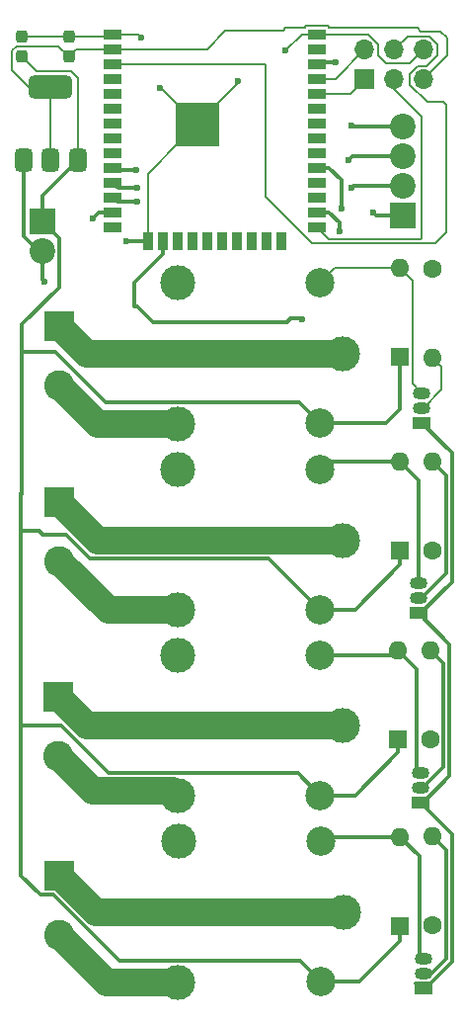
<source format=gbr>
%TF.GenerationSoftware,KiCad,Pcbnew,8.0.7*%
%TF.CreationDate,2025-05-26T13:39:25+05:30*%
%TF.ProjectId,smart_board,736d6172-745f-4626-9f61-72642e6b6963,rev?*%
%TF.SameCoordinates,Original*%
%TF.FileFunction,Copper,L1,Top*%
%TF.FilePolarity,Positive*%
%FSLAX46Y46*%
G04 Gerber Fmt 4.6, Leading zero omitted, Abs format (unit mm)*
G04 Created by KiCad (PCBNEW 8.0.7) date 2025-05-26 13:39:25*
%MOMM*%
%LPD*%
G01*
G04 APERTURE LIST*
G04 Aperture macros list*
%AMRoundRect*
0 Rectangle with rounded corners*
0 $1 Rounding radius*
0 $2 $3 $4 $5 $6 $7 $8 $9 X,Y pos of 4 corners*
0 Add a 4 corners polygon primitive as box body*
4,1,4,$2,$3,$4,$5,$6,$7,$8,$9,$2,$3,0*
0 Add four circle primitives for the rounded corners*
1,1,$1+$1,$2,$3*
1,1,$1+$1,$4,$5*
1,1,$1+$1,$6,$7*
1,1,$1+$1,$8,$9*
0 Add four rect primitives between the rounded corners*
20,1,$1+$1,$2,$3,$4,$5,0*
20,1,$1+$1,$4,$5,$6,$7,0*
20,1,$1+$1,$6,$7,$8,$9,0*
20,1,$1+$1,$8,$9,$2,$3,0*%
G04 Aperture macros list end*
%TA.AperFunction,ComponentPad*%
%ADD10R,1.500000X1.050000*%
%TD*%
%TA.AperFunction,ComponentPad*%
%ADD11O,1.500000X1.050000*%
%TD*%
%TA.AperFunction,ComponentPad*%
%ADD12C,1.600000*%
%TD*%
%TA.AperFunction,ComponentPad*%
%ADD13O,1.600000X1.600000*%
%TD*%
%TA.AperFunction,ComponentPad*%
%ADD14C,2.500000*%
%TD*%
%TA.AperFunction,ComponentPad*%
%ADD15C,3.000000*%
%TD*%
%TA.AperFunction,ComponentPad*%
%ADD16R,2.600000X2.600000*%
%TD*%
%TA.AperFunction,ComponentPad*%
%ADD17C,2.600000*%
%TD*%
%TA.AperFunction,ComponentPad*%
%ADD18R,1.600000X1.600000*%
%TD*%
%TA.AperFunction,SMDPad,CuDef*%
%ADD19R,1.500000X0.900000*%
%TD*%
%TA.AperFunction,SMDPad,CuDef*%
%ADD20R,0.900000X1.500000*%
%TD*%
%TA.AperFunction,SMDPad,CuDef*%
%ADD21R,0.900000X0.900000*%
%TD*%
%TA.AperFunction,HeatsinkPad*%
%ADD22C,0.600000*%
%TD*%
%TA.AperFunction,SMDPad,CuDef*%
%ADD23R,3.800000X3.800000*%
%TD*%
%TA.AperFunction,SMDPad,CuDef*%
%ADD24RoundRect,0.237500X0.237500X-0.300000X0.237500X0.300000X-0.237500X0.300000X-0.237500X-0.300000X0*%
%TD*%
%TA.AperFunction,SMDPad,CuDef*%
%ADD25RoundRect,0.375000X0.375000X-0.625000X0.375000X0.625000X-0.375000X0.625000X-0.375000X-0.625000X0*%
%TD*%
%TA.AperFunction,SMDPad,CuDef*%
%ADD26RoundRect,0.500000X1.400000X-0.500000X1.400000X0.500000X-1.400000X0.500000X-1.400000X-0.500000X0*%
%TD*%
%TA.AperFunction,ComponentPad*%
%ADD27R,2.200000X2.200000*%
%TD*%
%TA.AperFunction,ComponentPad*%
%ADD28C,2.200000*%
%TD*%
%TA.AperFunction,ComponentPad*%
%ADD29R,1.700000X1.700000*%
%TD*%
%TA.AperFunction,ComponentPad*%
%ADD30O,1.700000X1.700000*%
%TD*%
%TA.AperFunction,ViaPad*%
%ADD31C,0.600000*%
%TD*%
%TA.AperFunction,Conductor*%
%ADD32C,0.300000*%
%TD*%
%TA.AperFunction,Conductor*%
%ADD33C,2.400000*%
%TD*%
%TA.AperFunction,Conductor*%
%ADD34C,0.200000*%
%TD*%
G04 APERTURE END LIST*
D10*
%TO.P,T4,1,E*%
%TO.N,PS_GND*%
X100600000Y-139400000D03*
D11*
%TO.P,T4,2,B*%
%TO.N,Net-(T4-B)*%
X100600000Y-138130000D03*
%TO.P,T4,3,C*%
%TO.N,Net-(D4-A)*%
X100600000Y-136860000D03*
%TD*%
D10*
%TO.P,T3,1,E*%
%TO.N,PS_GND*%
X100360000Y-123470000D03*
D11*
%TO.P,T3,2,B*%
%TO.N,Net-(T3-B)*%
X100360000Y-122200000D03*
%TO.P,T3,3,C*%
%TO.N,Net-(D3-A)*%
X100360000Y-120930000D03*
%TD*%
D10*
%TO.P,T2,1,E*%
%TO.N,PS_GND*%
X100200000Y-107240000D03*
D11*
%TO.P,T2,2,B*%
%TO.N,Net-(T2-B)*%
X100200000Y-105970000D03*
%TO.P,T2,3,C*%
%TO.N,Net-(D1-A)*%
X100200000Y-104700000D03*
%TD*%
D12*
%TO.P,R4,1*%
%TO.N,/RelayCircuit4/ACT-X*%
X101400000Y-134010000D03*
D13*
%TO.P,R4,2*%
%TO.N,Net-(T4-B)*%
X101400000Y-126390000D03*
%TD*%
D12*
%TO.P,R3,1*%
%TO.N,/RelayCircuit3/ACT-X*%
X101200000Y-118020000D03*
D13*
%TO.P,R3,2*%
%TO.N,Net-(T3-B)*%
X101200000Y-110400000D03*
%TD*%
D12*
%TO.P,R2,1*%
%TO.N,/RelayCircuit2/ACT-X*%
X101400000Y-101900000D03*
D13*
%TO.P,R2,2*%
%TO.N,Net-(T2-B)*%
X101400000Y-94280000D03*
%TD*%
D14*
%TO.P,K4,5*%
%TO.N,PS +5V*%
X91800000Y-138800000D03*
D15*
%TO.P,K4,4*%
%TO.N,Net-(J7-Pin_2)*%
X79550000Y-138850000D03*
%TO.P,K4,3*%
%TO.N,unconnected-(K4-Pad3)*%
X79600000Y-126800000D03*
D14*
%TO.P,K4,2*%
%TO.N,Net-(D4-A)*%
X91800000Y-126800000D03*
D15*
%TO.P,K4,1*%
%TO.N,Net-(J7-Pin_1)*%
X93750000Y-132850000D03*
%TD*%
%TO.P,K3,1*%
%TO.N,Net-(J6-Pin_1)*%
X93700000Y-116900000D03*
D14*
%TO.P,K3,2*%
%TO.N,Net-(D3-A)*%
X91750000Y-110850000D03*
D15*
%TO.P,K3,3*%
%TO.N,unconnected-(K3-Pad3)*%
X79550000Y-110850000D03*
%TO.P,K3,4*%
%TO.N,Net-(J6-Pin_2)*%
X79500000Y-122900000D03*
D14*
%TO.P,K3,5*%
%TO.N,PS +5V*%
X91750000Y-122850000D03*
%TD*%
D15*
%TO.P,K2,1*%
%TO.N,Net-(J5-Pin_1)*%
X93700000Y-101000000D03*
D14*
%TO.P,K2,2*%
%TO.N,Net-(D1-A)*%
X91750000Y-94950000D03*
D15*
%TO.P,K2,3*%
%TO.N,unconnected-(K2-Pad3)*%
X79550000Y-94950000D03*
%TO.P,K2,4*%
%TO.N,Net-(J5-Pin_2)*%
X79500000Y-107000000D03*
D14*
%TO.P,K2,5*%
%TO.N,PS +5V*%
X91750000Y-106950000D03*
%TD*%
D16*
%TO.P,J7,1,Pin_1*%
%TO.N,Net-(J7-Pin_1)*%
X69400000Y-129700000D03*
D17*
%TO.P,J7,2,Pin_2*%
%TO.N,Net-(J7-Pin_2)*%
X69400000Y-134780000D03*
%TD*%
D16*
%TO.P,J6,1,Pin_1*%
%TO.N,Net-(J6-Pin_1)*%
X69295000Y-114455000D03*
D17*
%TO.P,J6,2,Pin_2*%
%TO.N,Net-(J6-Pin_2)*%
X69295000Y-119535000D03*
%TD*%
D16*
%TO.P,J5,1,Pin_1*%
%TO.N,Net-(J5-Pin_1)*%
X69400000Y-97720000D03*
D17*
%TO.P,J5,2,Pin_2*%
%TO.N,Net-(J5-Pin_2)*%
X69400000Y-102800000D03*
%TD*%
D18*
%TO.P,D4,1,K*%
%TO.N,PS +5V*%
X98600000Y-134020000D03*
D13*
%TO.P,D4,2,A*%
%TO.N,Net-(D4-A)*%
X98600000Y-126400000D03*
%TD*%
D18*
%TO.P,D3,1,K*%
%TO.N,PS +5V*%
X98400000Y-118020000D03*
D13*
%TO.P,D3,2,A*%
%TO.N,Net-(D3-A)*%
X98400000Y-110400000D03*
%TD*%
D18*
%TO.P,D1,1,K*%
%TO.N,PS +5V*%
X98600000Y-101900000D03*
D13*
%TO.P,D1,2,A*%
%TO.N,Net-(D1-A)*%
X98600000Y-94280000D03*
%TD*%
D19*
%TO.P,U1,1,GND*%
%TO.N,PS_GND*%
X73975000Y-57655000D03*
%TO.P,U1,2,VDD*%
%TO.N,3.3V*%
X73975000Y-58925000D03*
%TO.P,U1,3,EN*%
%TO.N,EN*%
X73975000Y-60195000D03*
%TO.P,U1,4,SENSOR_VP*%
%TO.N,unconnected-(U1-SENSOR_VP-Pad4)*%
X73975000Y-61465000D03*
%TO.P,U1,5,SENSOR_VN*%
%TO.N,unconnected-(U1-SENSOR_VN-Pad5)*%
X73975000Y-62735000D03*
%TO.P,U1,6,IO34*%
%TO.N,unconnected-(U1-IO34-Pad6)*%
X73975000Y-64005000D03*
%TO.P,U1,7,IO35*%
%TO.N,unconnected-(U1-IO35-Pad7)*%
X73975000Y-65275000D03*
%TO.P,U1,8,IO32*%
%TO.N,unconnected-(U1-IO32-Pad8)*%
X73975000Y-66545000D03*
%TO.P,U1,9,IO33*%
%TO.N,unconnected-(U1-IO33-Pad9)*%
X73975000Y-67815000D03*
%TO.P,U1,10,IO25*%
%TO.N,SW2*%
X73975000Y-69085000D03*
%TO.P,U1,11,IO26*%
%TO.N,SW3*%
X73975000Y-70355000D03*
%TO.P,U1,12,IO27*%
%TO.N,SW4*%
X73975000Y-71625000D03*
%TO.P,U1,13,IO14*%
%TO.N,/RelayCircuit4/ACT-X*%
X73975000Y-72895000D03*
%TO.P,U1,14,IO12*%
%TO.N,unconnected-(U1-IO12-Pad14)*%
X73975000Y-74165000D03*
D20*
%TO.P,U1,15,GND*%
%TO.N,PS_GND*%
X77015000Y-75415000D03*
%TO.P,U1,16,IO13*%
%TO.N,/RelayCircuit3/ACT-X*%
X78285000Y-75415000D03*
%TO.P,U1,17,NC*%
%TO.N,unconnected-(U1-NC-Pad17)*%
X79555000Y-75415000D03*
%TO.P,U1,18,NC*%
%TO.N,unconnected-(U1-NC-Pad18)*%
X80825000Y-75415000D03*
%TO.P,U1,19,NC*%
%TO.N,unconnected-(U1-NC-Pad19)*%
X82095000Y-75415000D03*
%TO.P,U1,20,NC*%
%TO.N,unconnected-(U1-NC-Pad20)*%
X83365000Y-75415000D03*
%TO.P,U1,21,NC*%
%TO.N,unconnected-(U1-NC-Pad21)*%
X84635000Y-75415000D03*
%TO.P,U1,22,NC*%
%TO.N,unconnected-(U1-NC-Pad22)*%
X85905000Y-75415000D03*
%TO.P,U1,23,IO15*%
%TO.N,unconnected-(U1-IO15-Pad23)*%
X87175000Y-75415000D03*
%TO.P,U1,24,IO2*%
%TO.N,unconnected-(U1-IO2-Pad24)*%
X88445000Y-75415000D03*
D19*
%TO.P,U1,25,IO0*%
%TO.N,IN0*%
X91475000Y-74165000D03*
%TO.P,U1,26,IO4*%
%TO.N,/RelayCircuit1/ACT-X*%
X91475000Y-72895000D03*
%TO.P,U1,27,IO16*%
%TO.N,unconnected-(U1-IO16-Pad27)*%
X91475000Y-71625000D03*
%TO.P,U1,28,IO17*%
%TO.N,unconnected-(U1-IO17-Pad28)*%
X91475000Y-70355000D03*
%TO.P,U1,29,IO5*%
%TO.N,/RelayCircuit2/ACT-X*%
X91475000Y-69085000D03*
%TO.P,U1,30,IO18*%
%TO.N,unconnected-(U1-IO18-Pad30)*%
X91475000Y-67815000D03*
%TO.P,U1,31,IO19*%
%TO.N,unconnected-(U1-IO19-Pad31)*%
X91475000Y-66545000D03*
%TO.P,U1,32,NC*%
%TO.N,unconnected-(U1-NC-Pad32)*%
X91475000Y-65275000D03*
%TO.P,U1,33,IO21*%
%TO.N,unconnected-(U1-IO21-Pad33)*%
X91475000Y-64005000D03*
%TO.P,U1,34,RXD0/IO3*%
%TO.N,RX*%
X91475000Y-62735000D03*
%TO.P,U1,35,TXD0/IO1*%
%TO.N,TX*%
X91475000Y-61465000D03*
%TO.P,U1,36,IO22*%
%TO.N,SW1*%
X91475000Y-60195000D03*
%TO.P,U1,37,IO23*%
%TO.N,unconnected-(U1-IO23-Pad37)*%
X91475000Y-58925000D03*
%TO.P,U1,38,GND*%
%TO.N,PS_GND*%
X91475000Y-57655000D03*
D21*
%TO.P,U1,39,GND*%
X79825000Y-63975000D03*
D22*
X79825000Y-64675000D03*
D21*
X79825000Y-65375000D03*
D22*
X79825000Y-66075000D03*
D21*
X79825000Y-66775000D03*
D22*
X80525000Y-63975000D03*
X80525000Y-65375000D03*
X80525000Y-66775000D03*
X81200000Y-64675000D03*
X81200000Y-66075000D03*
D21*
X81225000Y-63975000D03*
X81225000Y-65375000D03*
D23*
X81225000Y-65375000D03*
D21*
X81225000Y-66775000D03*
D22*
X81925000Y-63975000D03*
X81925000Y-65375000D03*
X81925000Y-66775000D03*
D21*
X82625000Y-63975000D03*
D22*
X82625000Y-64675000D03*
D21*
X82625000Y-65375000D03*
D22*
X82625000Y-66075000D03*
D21*
X82625000Y-66775000D03*
%TD*%
D24*
%TO.P,C1,1*%
%TO.N,PS +5V*%
X66125000Y-59562500D03*
%TO.P,C1,2*%
%TO.N,PS_GND*%
X66125000Y-57837500D03*
%TD*%
D25*
%TO.P,U2,1,GND*%
%TO.N,PS_GND*%
X66350000Y-68450000D03*
%TO.P,U2,2,VO*%
%TO.N,3.3V*%
X68650000Y-68450000D03*
D26*
X68650000Y-62150000D03*
D25*
%TO.P,U2,3,VI*%
%TO.N,PS +5V*%
X70950000Y-68450000D03*
%TD*%
D27*
%TO.P,J2,1,Pin_1*%
%TO.N,SW4*%
X98850000Y-73150000D03*
D28*
%TO.P,J2,2,Pin_2*%
%TO.N,SW3*%
X98850000Y-70610000D03*
%TO.P,J2,3,Pin_3*%
%TO.N,SW2*%
X98850000Y-68070000D03*
%TO.P,J2,4,Pin_4*%
%TO.N,SW1*%
X98850000Y-65530000D03*
%TD*%
D15*
%TO.P,K1,1*%
%TO.N,Net-(J3-Pin_1)*%
X93700000Y-85025000D03*
D14*
%TO.P,K1,2*%
%TO.N,Net-(D2-A)*%
X91750000Y-78975000D03*
D15*
%TO.P,K1,3*%
%TO.N,unconnected-(K1-Pad3)*%
X79550000Y-78975000D03*
%TO.P,K1,4*%
%TO.N,Net-(J3-Pin_2)*%
X79500000Y-91025000D03*
D14*
%TO.P,K1,5*%
%TO.N,PS +5V*%
X91750000Y-90975000D03*
%TD*%
D12*
%TO.P,R1,1*%
%TO.N,/RelayCircuit1/ACT-X*%
X101360000Y-77720000D03*
D13*
%TO.P,R1,2*%
%TO.N,Net-(T1-B)*%
X101360000Y-85340000D03*
%TD*%
D18*
%TO.P,D2,1,K*%
%TO.N,PS +5V*%
X98560000Y-85315000D03*
D13*
%TO.P,D2,2,A*%
%TO.N,Net-(D2-A)*%
X98560000Y-77695000D03*
%TD*%
D10*
%TO.P,T1,1,E*%
%TO.N,PS_GND*%
X100475000Y-90925000D03*
D11*
%TO.P,T1,2,B*%
%TO.N,Net-(T1-B)*%
X100475000Y-89655000D03*
%TO.P,T1,3,C*%
%TO.N,Net-(D2-A)*%
X100475000Y-88385000D03*
%TD*%
D16*
%TO.P,J3,1,Pin_1*%
%TO.N,Net-(J3-Pin_1)*%
X69395000Y-82630000D03*
D17*
%TO.P,J3,2,Pin_2*%
%TO.N,Net-(J3-Pin_2)*%
X69395000Y-87710000D03*
%TD*%
D29*
%TO.P,J4,1,Pin_1*%
%TO.N,RX*%
X95545000Y-61515000D03*
D30*
%TO.P,J4,2,Pin_2*%
%TO.N,TX*%
X95545000Y-58975000D03*
%TO.P,J4,3,Pin_3*%
%TO.N,IN0*%
X98085000Y-61515000D03*
%TO.P,J4,4,Pin_4*%
%TO.N,EN*%
X98085000Y-58975000D03*
%TO.P,J4,5,Pin_5*%
%TO.N,3.3V*%
X100625000Y-61515000D03*
%TO.P,J4,6,Pin_6*%
%TO.N,PS_GND*%
X100625000Y-58975000D03*
%TD*%
D24*
%TO.P,C2,1*%
%TO.N,3.3V*%
X70205000Y-59565000D03*
%TO.P,C2,2*%
%TO.N,PS_GND*%
X70205000Y-57840000D03*
%TD*%
D27*
%TO.P,J1,1,Pin_1*%
%TO.N,PS +5V*%
X67940000Y-73660000D03*
D28*
%TO.P,J1,2,Pin_2*%
%TO.N,PS_GND*%
X67940000Y-76200000D03*
%TD*%
D31*
%TO.N,/RelayCircuit1/ACT-X*%
X93400000Y-74575000D03*
%TO.N,SW4*%
X76100000Y-72000000D03*
X96300000Y-72900000D03*
%TO.N,/RelayCircuit4/ACT-X*%
X72300000Y-73400000D03*
%TO.N,/RelayCircuit3/ACT-X*%
X90200000Y-82100000D03*
%TO.N,/RelayCircuit2/ACT-X*%
X93600000Y-72600000D03*
%TO.N,SW3*%
X76100000Y-70800000D03*
X94400000Y-70800000D03*
%TO.N,SW2*%
X76000000Y-69300000D03*
X94200000Y-68400000D03*
%TO.N,SW1*%
X93100000Y-60100000D03*
X94400000Y-65500000D03*
%TO.N,PS_GND*%
X68100000Y-78850000D03*
X75175000Y-75400000D03*
X77975000Y-62250000D03*
X88800000Y-59075000D03*
X76425000Y-57900000D03*
X84725000Y-61675000D03*
%TD*%
D32*
%TO.N,/RelayCircuit1/ACT-X*%
X92525000Y-72895000D02*
X93400000Y-73770000D01*
X91475000Y-72895000D02*
X92525000Y-72895000D01*
X93400000Y-73770000D02*
X93400000Y-74575000D01*
%TO.N,SW4*%
X98850000Y-73150000D02*
X96550000Y-73150000D01*
X76100000Y-72000000D02*
X74350000Y-72000000D01*
X96550000Y-73150000D02*
X96300000Y-72900000D01*
X74350000Y-72000000D02*
X73975000Y-71625000D01*
%TO.N,/RelayCircuit4/ACT-X*%
X72300000Y-73400000D02*
X72805000Y-72895000D01*
X72805000Y-72895000D02*
X73975000Y-72895000D01*
%TO.N,/RelayCircuit3/ACT-X*%
X78285000Y-75415000D02*
X78285000Y-76465000D01*
X78285000Y-76465000D02*
X75800000Y-78950000D01*
X76100000Y-81000000D02*
X77400000Y-82300000D01*
X89200000Y-82000000D02*
X90100000Y-82000000D01*
X75800000Y-78950000D02*
X75800000Y-81000000D01*
X88900000Y-82300000D02*
X89200000Y-82000000D01*
X75800000Y-81000000D02*
X76100000Y-81000000D01*
X90100000Y-82000000D02*
X90200000Y-82100000D01*
X77400000Y-82300000D02*
X88900000Y-82300000D01*
%TO.N,PS +5V*%
X66200000Y-84895000D02*
X66200000Y-97055000D01*
X67940000Y-73660000D02*
X69390000Y-75110000D01*
X66200000Y-82525000D02*
X66200000Y-84895000D01*
X69390000Y-75110000D02*
X69390000Y-79335000D01*
X66200000Y-84895000D02*
X69054874Y-84895000D01*
X69390000Y-79335000D02*
X66200000Y-82525000D01*
X69054874Y-84895000D02*
X73334874Y-89175000D01*
X89950000Y-89175000D02*
X91750000Y-90975000D01*
X73334874Y-89175000D02*
X89950000Y-89175000D01*
X66100000Y-100045000D02*
X66100000Y-97000000D01*
X67645000Y-100200000D02*
X66255000Y-100200000D01*
X66255000Y-100200000D02*
X66100000Y-100045000D01*
X91750000Y-106950000D02*
X87350000Y-102550000D01*
X87350000Y-102550000D02*
X72037968Y-102550000D01*
X72037968Y-102550000D02*
X69987968Y-100500000D01*
X67945000Y-100500000D02*
X67645000Y-100200000D01*
X69987968Y-100500000D02*
X67945000Y-100500000D01*
X66100000Y-100045000D02*
X66100000Y-116745000D01*
X66100000Y-116745000D02*
X66100000Y-116900000D01*
X66100000Y-116900000D02*
X69547968Y-116900000D01*
X73597968Y-120950000D02*
X89850000Y-120950000D01*
X89850000Y-120950000D02*
X91750000Y-122850000D01*
X69547968Y-116900000D02*
X73597968Y-120950000D01*
X66100000Y-116745000D02*
X66100000Y-129700000D01*
X66100000Y-129700000D02*
X67750000Y-131350000D01*
X67750000Y-131350000D02*
X68857968Y-131350000D01*
X68857968Y-131350000D02*
X74507968Y-137000000D01*
X74507968Y-137000000D02*
X90000000Y-137000000D01*
X90000000Y-137000000D02*
X91800000Y-138800000D01*
%TO.N,/RelayCircuit2/ACT-X*%
X93600000Y-70160000D02*
X93600000Y-72600000D01*
X92525000Y-69085000D02*
X93600000Y-70160000D01*
X91475000Y-69085000D02*
X92525000Y-69085000D01*
%TO.N,PS_GND*%
X100600000Y-139400000D02*
X100375000Y-139400000D01*
X100375000Y-139400000D02*
X99980000Y-139005000D01*
X101187437Y-139005000D02*
X103050000Y-137142437D01*
X99980000Y-139005000D02*
X101187437Y-139005000D01*
X103050000Y-137142437D02*
X103050000Y-126160000D01*
X103050000Y-126160000D02*
X100360000Y-123470000D01*
%TO.N,Net-(T4-B)*%
X101400000Y-126390000D02*
X102550000Y-127540000D01*
X102550000Y-136875000D02*
X101295000Y-138130000D01*
X101295000Y-138130000D02*
X100600000Y-138130000D01*
X102550000Y-127540000D02*
X102550000Y-136875000D01*
%TO.N,Net-(D4-A)*%
X100600000Y-136860000D02*
X100250000Y-136510000D01*
X100250000Y-128050000D02*
X98600000Y-126400000D01*
X100250000Y-136510000D02*
X100250000Y-128050000D01*
X98600000Y-126400000D02*
X92200000Y-126400000D01*
X92200000Y-126400000D02*
X91800000Y-126800000D01*
%TO.N,PS +5V*%
X98600000Y-134020000D02*
X98600000Y-135294975D01*
X95094975Y-138800000D02*
X91800000Y-138800000D01*
X98600000Y-135294975D02*
X95094975Y-138800000D01*
X98400000Y-118020000D02*
X98400000Y-119194975D01*
X98400000Y-119194975D02*
X94744975Y-122850000D01*
X94744975Y-122850000D02*
X91750000Y-122850000D01*
%TO.N,PS_GND*%
X100360000Y-123470000D02*
X100585000Y-123470000D01*
X100585000Y-123470000D02*
X102850000Y-121205000D01*
X102850000Y-121205000D02*
X102850000Y-109890000D01*
X102850000Y-109890000D02*
X100200000Y-107240000D01*
%TO.N,Net-(T3-B)*%
X100360000Y-122200000D02*
X100552437Y-122200000D01*
X102350000Y-111550000D02*
X101200000Y-110400000D01*
X100552437Y-122200000D02*
X102350000Y-120402437D01*
X102350000Y-120402437D02*
X102350000Y-111550000D01*
%TO.N,Net-(D3-A)*%
X98400000Y-110400000D02*
X100050000Y-112050000D01*
X100050000Y-112050000D02*
X100050000Y-120620000D01*
X100050000Y-120620000D02*
X100360000Y-120930000D01*
X91750000Y-110850000D02*
X97950000Y-110850000D01*
X97950000Y-110850000D02*
X98400000Y-110400000D01*
%TO.N,Net-(D1-A)*%
X100200000Y-104700000D02*
X100200000Y-95880000D01*
X100200000Y-95880000D02*
X98600000Y-94280000D01*
%TO.N,PS_GND*%
X100200000Y-107240000D02*
X100392437Y-107240000D01*
X100392437Y-107240000D02*
X103050000Y-104582437D01*
X103050000Y-104582437D02*
X103050000Y-93500000D01*
X103050000Y-93500000D02*
X100475000Y-90925000D01*
%TO.N,Net-(T2-B)*%
X100200000Y-105970000D02*
X100425000Y-105970000D01*
X102550000Y-103845000D02*
X102550000Y-95430000D01*
X102550000Y-95430000D02*
X101400000Y-94280000D01*
X100425000Y-105970000D02*
X102550000Y-103845000D01*
%TO.N,PS +5V*%
X98600000Y-101900000D02*
X98600000Y-103094975D01*
X98600000Y-103094975D02*
X94744975Y-106950000D01*
X94744975Y-106950000D02*
X91750000Y-106950000D01*
%TO.N,Net-(D1-A)*%
X98600000Y-94280000D02*
X92420000Y-94280000D01*
X92420000Y-94280000D02*
X91750000Y-94950000D01*
%TO.N,SW3*%
X98850000Y-70610000D02*
X94590000Y-70610000D01*
X94590000Y-70610000D02*
X94400000Y-70800000D01*
X74420000Y-70800000D02*
X73975000Y-70355000D01*
X76100000Y-70800000D02*
X74420000Y-70800000D01*
%TO.N,SW2*%
X98850000Y-68070000D02*
X94530000Y-68070000D01*
X74190000Y-69300000D02*
X73975000Y-69085000D01*
X94530000Y-68070000D02*
X94200000Y-68400000D01*
X76000000Y-69300000D02*
X74190000Y-69300000D01*
%TO.N,SW1*%
X91570000Y-60100000D02*
X91475000Y-60195000D01*
X98850000Y-65530000D02*
X94430000Y-65530000D01*
X94430000Y-65530000D02*
X94400000Y-65500000D01*
X93100000Y-60100000D02*
X91570000Y-60100000D01*
D33*
%TO.N,Net-(J7-Pin_2)*%
X69400000Y-134780000D02*
X73470000Y-138850000D01*
X73470000Y-138850000D02*
X79550000Y-138850000D01*
%TO.N,Net-(J7-Pin_1)*%
X69400000Y-129700000D02*
X72550000Y-132850000D01*
X72550000Y-132850000D02*
X93750000Y-132850000D01*
%TO.N,Net-(J6-Pin_2)*%
X69295000Y-119535000D02*
X72260000Y-122500000D01*
X72260000Y-122500000D02*
X79100000Y-122500000D01*
X79100000Y-122500000D02*
X79500000Y-122900000D01*
%TO.N,Net-(J6-Pin_1)*%
X69295000Y-114455000D02*
X71740000Y-116900000D01*
X71740000Y-116900000D02*
X93700000Y-116900000D01*
%TO.N,Net-(J5-Pin_2)*%
X69400000Y-102800000D02*
X73600000Y-107000000D01*
X73600000Y-107000000D02*
X79500000Y-107000000D01*
%TO.N,Net-(J5-Pin_1)*%
X69400000Y-97720000D02*
X72680000Y-101000000D01*
X72680000Y-101000000D02*
X93700000Y-101000000D01*
%TO.N,Net-(J3-Pin_1)*%
X69395000Y-82630000D02*
X71790000Y-85025000D01*
X71790000Y-85025000D02*
X93700000Y-85025000D01*
%TO.N,Net-(J3-Pin_2)*%
X69395000Y-87710000D02*
X72710000Y-91025000D01*
X72710000Y-91025000D02*
X79500000Y-91025000D01*
D34*
%TO.N,PS +5V*%
X66125000Y-59562500D02*
X67412500Y-60850000D01*
X67412500Y-60850000D02*
X70388642Y-60850000D01*
D32*
X91750000Y-90975000D02*
X97400000Y-90975000D01*
X67940000Y-71460000D02*
X70950000Y-68450000D01*
D34*
X70388642Y-60850000D02*
X70950000Y-61411358D01*
D32*
X67940000Y-73660000D02*
X67940000Y-71460000D01*
X97400000Y-90975000D02*
X98560000Y-89815000D01*
X98560000Y-89815000D02*
X98560000Y-85315000D01*
D34*
X70950000Y-61411358D02*
X70950000Y-68450000D01*
D32*
%TO.N,PS_GND*%
X67940000Y-78690000D02*
X68100000Y-78850000D01*
X77000000Y-75400000D02*
X77015000Y-75415000D01*
D34*
X90220000Y-57655000D02*
X88800000Y-59075000D01*
D32*
X67940000Y-76200000D02*
X67940000Y-78690000D01*
D34*
X99475000Y-60125000D02*
X97368654Y-60125000D01*
X77015000Y-75415000D02*
X77015000Y-69585000D01*
X96695000Y-58498654D02*
X95851346Y-57655000D01*
X76180000Y-57655000D02*
X73975000Y-57655000D01*
D32*
X75175000Y-75400000D02*
X77000000Y-75400000D01*
D34*
X84725000Y-61875000D02*
X82625000Y-63975000D01*
X73790000Y-57840000D02*
X73975000Y-57655000D01*
X76425000Y-57900000D02*
X76180000Y-57655000D01*
X95851346Y-57655000D02*
X91475000Y-57655000D01*
X78100000Y-62250000D02*
X77975000Y-62250000D01*
D32*
X66350000Y-74970000D02*
X66350000Y-68450000D01*
X67580000Y-76200000D02*
X66350000Y-74970000D01*
D34*
X91475000Y-57655000D02*
X90220000Y-57655000D01*
X77015000Y-69585000D02*
X79825000Y-66775000D01*
X96695000Y-59451346D02*
X96695000Y-58498654D01*
X70205000Y-57840000D02*
X73790000Y-57840000D01*
X79825000Y-63975000D02*
X78100000Y-62250000D01*
X70202500Y-57837500D02*
X70205000Y-57840000D01*
D32*
X67940000Y-76200000D02*
X67580000Y-76200000D01*
D34*
X97368654Y-60125000D02*
X96695000Y-59451346D01*
X84725000Y-61675000D02*
X84725000Y-61875000D01*
X100625000Y-58975000D02*
X99475000Y-60125000D01*
X66125000Y-57837500D02*
X70202500Y-57837500D01*
%TO.N,Net-(D2-A)*%
X99660000Y-87570000D02*
X100475000Y-88385000D01*
X98560000Y-77695000D02*
X93030000Y-77695000D01*
X99660000Y-78795000D02*
X99660000Y-87570000D01*
X93030000Y-77695000D02*
X91750000Y-78975000D01*
X98560000Y-77695000D02*
X99660000Y-78795000D01*
%TO.N,Net-(T1-B)*%
X100475000Y-89655000D02*
X100596726Y-89655000D01*
X102159999Y-88091727D02*
X102159999Y-86139999D01*
X102159999Y-86139999D02*
X101360000Y-85340000D01*
X100596726Y-89655000D02*
X102159999Y-88091727D01*
%TO.N,3.3V*%
X82050000Y-58925000D02*
X83625000Y-57350000D01*
X65350000Y-60750000D02*
X65350000Y-59033278D01*
X69317500Y-58677500D02*
X70205000Y-59565000D01*
X73975000Y-58925000D02*
X82050000Y-58925000D01*
X70845000Y-58925000D02*
X73975000Y-58925000D01*
X92525000Y-57125000D02*
X100075000Y-57125000D01*
X100075000Y-57125000D02*
X100350000Y-57400000D01*
X70205000Y-59565000D02*
X70845000Y-58925000D01*
X92525000Y-56905000D02*
X92525000Y-57125000D01*
X88584314Y-57350000D02*
X88809314Y-57125000D01*
X102650000Y-57975000D02*
X102650000Y-59490000D01*
X68650000Y-62150000D02*
X68650000Y-68450000D01*
X65350000Y-59033278D02*
X65705778Y-58677500D01*
X88809314Y-57125000D02*
X90425000Y-57125000D01*
X66750000Y-62150000D02*
X65350000Y-60750000D01*
X102650000Y-59490000D02*
X100625000Y-61515000D01*
X100350000Y-57400000D02*
X102075000Y-57400000D01*
X90425000Y-56905000D02*
X92525000Y-56905000D01*
X102075000Y-57400000D02*
X102650000Y-57975000D01*
X65705778Y-58677500D02*
X69317500Y-58677500D01*
X68650000Y-62150000D02*
X66750000Y-62150000D01*
X83625000Y-57350000D02*
X88584314Y-57350000D01*
X90425000Y-57125000D02*
X90425000Y-56905000D01*
%TO.N,TX*%
X95545000Y-58975000D02*
X93055000Y-61465000D01*
X93055000Y-61465000D02*
X91475000Y-61465000D01*
%TO.N,RX*%
X94325000Y-62735000D02*
X91475000Y-62735000D01*
X95545000Y-61515000D02*
X95545000Y-61755000D01*
X95545000Y-61755000D02*
X95225000Y-62075000D01*
X95545000Y-61515000D02*
X94325000Y-62735000D01*
%TO.N,EN*%
X87050000Y-71540000D02*
X87050000Y-60195000D01*
X101775000Y-58498654D02*
X101775000Y-59475000D01*
X101101346Y-57825000D02*
X101775000Y-58498654D01*
X87050000Y-60195000D02*
X73975000Y-60195000D01*
X99475000Y-61038654D02*
X99475000Y-61991346D01*
X98085000Y-58975000D02*
X99235000Y-57825000D01*
X102550000Y-74625000D02*
X101600000Y-75575000D01*
X100148654Y-60365000D02*
X99475000Y-61038654D01*
X100933654Y-63450000D02*
X102325000Y-63450000D01*
X99235000Y-57825000D02*
X101101346Y-57825000D01*
X102550000Y-63675000D02*
X102550000Y-74625000D01*
X101600000Y-75575000D02*
X91085000Y-75575000D01*
X101775000Y-59475000D02*
X100885000Y-60365000D01*
X99475000Y-61991346D02*
X100933654Y-63450000D01*
X100885000Y-60365000D02*
X100148654Y-60365000D01*
X102325000Y-63450000D02*
X102550000Y-63675000D01*
X91085000Y-75575000D02*
X87050000Y-71540000D01*
%TO.N,IN0*%
X100450000Y-75100000D02*
X100375000Y-75175000D01*
X100450000Y-64725000D02*
X100450000Y-75100000D01*
X100375000Y-75175000D02*
X92485000Y-75175000D01*
X92485000Y-75175000D02*
X91475000Y-74165000D01*
X98085000Y-61515000D02*
X98085000Y-62360000D01*
X98085000Y-62360000D02*
X100450000Y-64725000D01*
%TD*%
M02*

</source>
